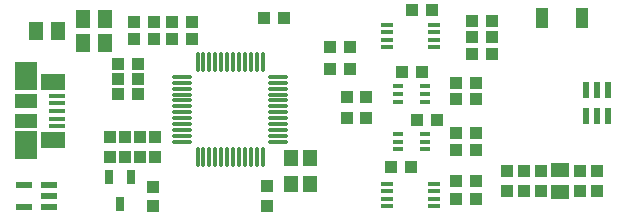
<source format=gtp>
G04 Layer_Color=8421504*
%FSLAX23Y23*%
%MOIN*%
G70*
G01*
G75*
%ADD10R,0.043X0.039*%
%ADD11R,0.022X0.057*%
%ADD12R,0.057X0.022*%
%ADD13R,0.039X0.043*%
%ADD14R,0.051X0.059*%
%ADD15R,0.039X0.067*%
%ADD16O,0.012X0.071*%
%ADD17O,0.071X0.012*%
%ADD18R,0.033X0.016*%
%ADD19R,0.047X0.055*%
%ADD20R,0.075X0.094*%
%ADD21R,0.075X0.046*%
%ADD22R,0.054X0.018*%
%ADD23R,0.083X0.058*%
%ADD24R,0.059X0.051*%
%ADD25O,0.041X0.016*%
%ADD26R,0.031X0.047*%
D10*
X1642Y979D02*
D03*
X1708D02*
D03*
X1462Y1343D02*
D03*
X1528D02*
D03*
X1512Y1183D02*
D03*
X1578D02*
D03*
X1563Y1548D02*
D03*
X1497D02*
D03*
X517Y1269D02*
D03*
X583D02*
D03*
X1288Y1425D02*
D03*
X1222D02*
D03*
Y1353D02*
D03*
X1288D02*
D03*
X1070Y1523D02*
D03*
X1004D02*
D03*
X1697Y1458D02*
D03*
X1763D02*
D03*
Y1513D02*
D03*
X1697D02*
D03*
X1642Y1252D02*
D03*
X1708D02*
D03*
Y1305D02*
D03*
X1642D02*
D03*
Y1083D02*
D03*
X1708D02*
D03*
Y1138D02*
D03*
X1642D02*
D03*
X517Y1319D02*
D03*
X583D02*
D03*
Y1369D02*
D03*
X517D02*
D03*
X635Y1453D02*
D03*
X569D02*
D03*
X1493Y1025D02*
D03*
X1427D02*
D03*
X635Y1510D02*
D03*
X569D02*
D03*
X697Y1453D02*
D03*
X763D02*
D03*
X1763Y1403D02*
D03*
X1697D02*
D03*
X1642Y921D02*
D03*
X1708D02*
D03*
X1344Y1190D02*
D03*
X1278D02*
D03*
Y1258D02*
D03*
X1344D02*
D03*
X763Y1510D02*
D03*
X697D02*
D03*
D11*
X2113Y1197D02*
D03*
X2076D02*
D03*
X2150D02*
D03*
X2076Y1282D02*
D03*
X2113D02*
D03*
X2150D02*
D03*
D12*
X203Y967D02*
D03*
Y893D02*
D03*
X287Y967D02*
D03*
Y930D02*
D03*
Y893D02*
D03*
D13*
X541Y1126D02*
D03*
Y1060D02*
D03*
X591Y1126D02*
D03*
Y1060D02*
D03*
X1013Y962D02*
D03*
Y896D02*
D03*
X641Y1060D02*
D03*
Y1126D02*
D03*
X1925Y1013D02*
D03*
Y947D02*
D03*
X1869D02*
D03*
Y1013D02*
D03*
X1813Y947D02*
D03*
Y1013D02*
D03*
X634Y961D02*
D03*
Y895D02*
D03*
X491Y1126D02*
D03*
Y1060D02*
D03*
X2056Y947D02*
D03*
Y1013D02*
D03*
X2112Y947D02*
D03*
Y1013D02*
D03*
D14*
X317Y1480D02*
D03*
X243D02*
D03*
X398Y1440D02*
D03*
X472D02*
D03*
Y1520D02*
D03*
X398D02*
D03*
D15*
X1929Y1522D02*
D03*
X2063D02*
D03*
D16*
X782Y1377D02*
D03*
X801D02*
D03*
X821D02*
D03*
X841D02*
D03*
X860D02*
D03*
X880D02*
D03*
X900D02*
D03*
X920D02*
D03*
X939D02*
D03*
X959D02*
D03*
X979D02*
D03*
X998D02*
D03*
Y1059D02*
D03*
X979D02*
D03*
X959D02*
D03*
X939D02*
D03*
X920D02*
D03*
X900D02*
D03*
X880D02*
D03*
X860D02*
D03*
X841D02*
D03*
X821D02*
D03*
X801D02*
D03*
X782D02*
D03*
D17*
X1049Y1326D02*
D03*
Y1307D02*
D03*
Y1287D02*
D03*
Y1267D02*
D03*
Y1248D02*
D03*
Y1228D02*
D03*
Y1208D02*
D03*
Y1188D02*
D03*
Y1169D02*
D03*
Y1149D02*
D03*
Y1129D02*
D03*
Y1110D02*
D03*
X731D02*
D03*
Y1129D02*
D03*
Y1149D02*
D03*
Y1169D02*
D03*
Y1188D02*
D03*
Y1208D02*
D03*
Y1228D02*
D03*
Y1248D02*
D03*
Y1267D02*
D03*
Y1287D02*
D03*
Y1307D02*
D03*
Y1326D02*
D03*
D18*
X1539Y1137D02*
D03*
Y1111D02*
D03*
Y1085D02*
D03*
X1451D02*
D03*
Y1111D02*
D03*
Y1137D02*
D03*
Y1295D02*
D03*
Y1270D02*
D03*
Y1244D02*
D03*
X1539D02*
D03*
Y1270D02*
D03*
Y1295D02*
D03*
D19*
X1155Y969D02*
D03*
X1092D02*
D03*
Y1055D02*
D03*
X1155D02*
D03*
D20*
X210Y1328D02*
D03*
Y1098D02*
D03*
D21*
Y1180D02*
D03*
Y1246D02*
D03*
D22*
X314Y1213D02*
D03*
Y1187D02*
D03*
Y1162D02*
D03*
Y1264D02*
D03*
Y1239D02*
D03*
D23*
X300Y1116D02*
D03*
Y1310D02*
D03*
D24*
X1991Y1017D02*
D03*
Y943D02*
D03*
D25*
X1568Y1425D02*
D03*
Y1450D02*
D03*
Y1476D02*
D03*
Y1501D02*
D03*
X1412Y1425D02*
D03*
Y1450D02*
D03*
Y1476D02*
D03*
Y1501D02*
D03*
Y971D02*
D03*
Y946D02*
D03*
Y920D02*
D03*
Y895D02*
D03*
X1568Y971D02*
D03*
Y946D02*
D03*
Y920D02*
D03*
Y895D02*
D03*
D26*
X561Y993D02*
D03*
X487D02*
D03*
X524Y903D02*
D03*
M02*

</source>
